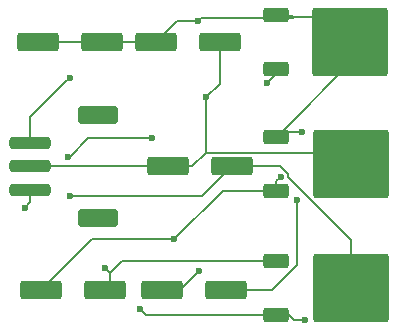
<source format=gbr>
%TF.GenerationSoftware,KiCad,Pcbnew,9.0.6*%
%TF.CreationDate,2025-12-25T16:33:08+05:30*%
%TF.ProjectId,GitHub2,47697448-7562-4322-9e6b-696361645f70,rev?*%
%TF.SameCoordinates,Original*%
%TF.FileFunction,Copper,L1,Top*%
%TF.FilePolarity,Positive*%
%FSLAX46Y46*%
G04 Gerber Fmt 4.6, Leading zero omitted, Abs format (unit mm)*
G04 Created by KiCad (PCBNEW 9.0.6) date 2025-12-25 16:33:08*
%MOMM*%
%LPD*%
G01*
G04 APERTURE LIST*
G04 Aperture macros list*
%AMRoundRect*
0 Rectangle with rounded corners*
0 $1 Rounding radius*
0 $2 $3 $4 $5 $6 $7 $8 $9 X,Y pos of 4 corners*
0 Add a 4 corners polygon primitive as box body*
4,1,4,$2,$3,$4,$5,$6,$7,$8,$9,$2,$3,0*
0 Add four circle primitives for the rounded corners*
1,1,$1+$1,$2,$3*
1,1,$1+$1,$4,$5*
1,1,$1+$1,$6,$7*
1,1,$1+$1,$8,$9*
0 Add four rect primitives between the rounded corners*
20,1,$1+$1,$2,$3,$4,$5,0*
20,1,$1+$1,$4,$5,$6,$7,0*
20,1,$1+$1,$6,$7,$8,$9,0*
20,1,$1+$1,$8,$9,$2,$3,0*%
G04 Aperture macros list end*
%TA.AperFunction,SMDPad,CuDef*%
%ADD10RoundRect,0.250000X-0.850000X-0.350000X0.850000X-0.350000X0.850000X0.350000X-0.850000X0.350000X0*%
%TD*%
%TA.AperFunction,SMDPad,CuDef*%
%ADD11RoundRect,0.249997X-2.950003X-2.650003X2.950003X-2.650003X2.950003X2.650003X-2.950003X2.650003X0*%
%TD*%
%TA.AperFunction,SMDPad,CuDef*%
%ADD12RoundRect,0.250000X-1.500000X-0.550000X1.500000X-0.550000X1.500000X0.550000X-1.500000X0.550000X0*%
%TD*%
%TA.AperFunction,SMDPad,CuDef*%
%ADD13RoundRect,0.250000X1.500000X-0.250000X1.500000X0.250000X-1.500000X0.250000X-1.500000X-0.250000X0*%
%TD*%
%TA.AperFunction,SMDPad,CuDef*%
%ADD14RoundRect,0.250001X1.449999X-0.499999X1.449999X0.499999X-1.449999X0.499999X-1.449999X-0.499999X0*%
%TD*%
%TA.AperFunction,ViaPad*%
%ADD15C,0.600000*%
%TD*%
%TA.AperFunction,Conductor*%
%ADD16C,0.200000*%
%TD*%
G04 APERTURE END LIST*
D10*
%TO.P,U1,1,IN*%
%TO.N,Net-(D1-K)*%
X35960000Y-14220000D03*
D11*
%TO.P,U1,2,GND*%
X42260000Y-16500000D03*
D10*
%TO.P,U1,3,OUT*%
%TO.N,Net-(J2-Pin_1)*%
X35960000Y-18780000D03*
%TD*%
%TO.P,U2,1,IN*%
%TO.N,Net-(D1-K)*%
X36000000Y-24500000D03*
D11*
%TO.P,U2,2,GND*%
%TO.N,Net-(J1-Pin_2)*%
X42300000Y-26780000D03*
D10*
%TO.P,U2,3,OUT*%
%TO.N,Net-(J3-Pin_1)*%
X36000000Y-29060000D03*
%TD*%
D12*
%TO.P,C1,1*%
%TO.N,Net-(D1-K)*%
X15800000Y-16500000D03*
%TO.P,C1,2*%
X21200000Y-16500000D03*
%TD*%
%TO.P,C3,1*%
%TO.N,Net-(J1-Pin_2)*%
X26800000Y-27000000D03*
%TO.P,C3,2*%
%TO.N,Net-(D2-A)*%
X32200000Y-27000000D03*
%TD*%
%TO.P,C8,1*%
%TO.N,Net-(J3-Pin_1)*%
X16100000Y-37500000D03*
%TO.P,C8,2*%
%TO.N,Net-(J1-Pin_2)*%
X21500000Y-37500000D03*
%TD*%
D10*
%TO.P,U3,1,GND*%
%TO.N,Net-(J1-Pin_2)*%
X36000000Y-35000000D03*
D11*
%TO.P,U3,2,VI*%
%TO.N,Net-(D2-A)*%
X42300000Y-37280000D03*
D10*
%TO.P,U3,3,VO*%
%TO.N,Net-(J3-Pin_3)*%
X36000000Y-39560000D03*
%TD*%
D12*
%TO.P,C7,1*%
%TO.N,Net-(J2-Pin_1)*%
X26300000Y-37500000D03*
%TO.P,C7,2*%
%TO.N,Net-(D1-K)*%
X31700000Y-37500000D03*
%TD*%
%TO.P,C2,1*%
%TO.N,Net-(D1-K)*%
X25800000Y-16500000D03*
%TO.P,C2,2*%
%TO.N,Net-(J1-Pin_2)*%
X31200000Y-16500000D03*
%TD*%
D13*
%TO.P,J1,1,Pin_1*%
%TO.N,Net-(D3-A)*%
X15150000Y-29000000D03*
%TO.P,J1,2,Pin_2*%
%TO.N,Net-(J1-Pin_2)*%
X15150000Y-27000000D03*
%TO.P,J1,3,Pin_3*%
%TO.N,Net-(D1-A)*%
X15150000Y-25000000D03*
D14*
%TO.P,J1,MP*%
%TO.N,N/C*%
X20900000Y-31350000D03*
X20900000Y-22650000D03*
%TD*%
D15*
%TO.N,Net-(D1-K)*%
X37750000Y-29807600D03*
X38168800Y-24053500D03*
X29331500Y-14723400D03*
%TO.N,Net-(J1-Pin_2)*%
X30019900Y-21169700D03*
X21500000Y-35565200D03*
%TO.N,Net-(D2-A)*%
X18500000Y-29537600D03*
X18342400Y-26197700D03*
X25467500Y-24610700D03*
%TO.N,Net-(J2-Pin_1)*%
X35175100Y-19950500D03*
X29437700Y-35899500D03*
%TO.N,Net-(J3-Pin_1)*%
X27338600Y-33186400D03*
X36351500Y-27899500D03*
%TO.N,Net-(J3-Pin_3)*%
X24469900Y-39107700D03*
X38449900Y-39972200D03*
%TO.N,Net-(D1-A)*%
X18500000Y-19486900D03*
%TO.N,Net-(D3-A)*%
X14694100Y-30504500D03*
%TD*%
D16*
%TO.N,Net-(D1-K)*%
X36446500Y-24053500D02*
X36000000Y-24500000D01*
X35584000Y-37500000D02*
X37750000Y-35334000D01*
X31700000Y-37500000D02*
X35584000Y-37500000D01*
X42325000Y-18175000D02*
X42325000Y-16525000D01*
X37435000Y-14245000D02*
X37435000Y-14391800D01*
X37376600Y-14450200D02*
X29604700Y-14450200D01*
X40191800Y-14391800D02*
X42325000Y-16525000D01*
X38168800Y-24053500D02*
X36446500Y-24053500D01*
X29604700Y-14450200D02*
X29331500Y-14723400D01*
X37435000Y-14391800D02*
X37376600Y-14450200D01*
X36000000Y-24500000D02*
X36446500Y-24053500D01*
X29331500Y-14723400D02*
X27576600Y-14723400D01*
X37750000Y-35334000D02*
X37750000Y-29807600D01*
X27576600Y-14723400D02*
X25800000Y-16500000D01*
X36025000Y-14245000D02*
X37435000Y-14245000D01*
X15800000Y-16500000D02*
X21200000Y-16500000D01*
X37435000Y-14391800D02*
X40191800Y-14391800D01*
X25800000Y-16500000D02*
X21200000Y-16500000D01*
X36446500Y-24053500D02*
X42325000Y-18175000D01*
%TO.N,Net-(J1-Pin_2)*%
X30019900Y-25862400D02*
X30019900Y-21169700D01*
X31200000Y-19989600D02*
X30019900Y-21169700D01*
X15150000Y-27000000D02*
X26800000Y-27000000D01*
X31200000Y-16500000D02*
X31200000Y-19989600D01*
X28882300Y-27000000D02*
X26800000Y-27000000D01*
X30019900Y-25862400D02*
X28882300Y-27000000D01*
X41382400Y-25862400D02*
X30019900Y-25862400D01*
X21500000Y-37500000D02*
X21950500Y-37049500D01*
X36000000Y-35000000D02*
X22966200Y-35000000D01*
X22966200Y-35000000D02*
X21950500Y-36015700D01*
X42300000Y-26780000D02*
X41382400Y-25862400D01*
X21950500Y-36015700D02*
X21500000Y-35565200D01*
X21950500Y-37049500D02*
X21950500Y-36015700D01*
%TO.N,Net-(D2-A)*%
X25467500Y-24610700D02*
X20087000Y-24610700D01*
X36953200Y-27878200D02*
X36953200Y-27650300D01*
X18500000Y-26197700D02*
X18342400Y-26197700D01*
X42300000Y-37280000D02*
X42300000Y-33225000D01*
X32200000Y-27000000D02*
X29662400Y-29537600D01*
X36953200Y-27650300D02*
X36302900Y-27000000D01*
X36302900Y-27000000D02*
X32200000Y-27000000D01*
X42300000Y-33225000D02*
X36953200Y-27878200D01*
X29662400Y-29537600D02*
X18500000Y-29537600D01*
X20087000Y-24610700D02*
X18500000Y-26197700D01*
%TO.N,Net-(J2-Pin_1)*%
X26300000Y-37500000D02*
X27837200Y-37500000D01*
X35175100Y-19950500D02*
X36025000Y-19100600D01*
X27837200Y-37500000D02*
X29437700Y-35899500D01*
X36025000Y-19100600D02*
X36025000Y-18805000D01*
%TO.N,Net-(J3-Pin_1)*%
X36307600Y-27943400D02*
X36351500Y-27899500D01*
X27338600Y-33186400D02*
X31465000Y-29060000D01*
X20413600Y-33186400D02*
X27338600Y-33186400D01*
X36000000Y-28251000D02*
X36000000Y-29060000D01*
X36307600Y-27943400D02*
X36000000Y-28251000D01*
X36351500Y-27899500D02*
X36307600Y-27943400D01*
X31465000Y-29060000D02*
X36000000Y-29060000D01*
X36351500Y-27899500D02*
X36307600Y-27943400D01*
X16100000Y-37500000D02*
X20413600Y-33186400D01*
%TO.N,Net-(J3-Pin_3)*%
X38449900Y-39972200D02*
X37493500Y-39972200D01*
X24469900Y-39107700D02*
X24922200Y-39560000D01*
X36000000Y-39560000D02*
X37081300Y-39560000D01*
X37493500Y-39972200D02*
X37081300Y-39560000D01*
X24922200Y-39560000D02*
X36000000Y-39560000D01*
%TO.N,Net-(D1-A)*%
X18258100Y-19728800D02*
X18500000Y-19486900D01*
X15150000Y-22836900D02*
X18258100Y-19728800D01*
X15150000Y-25000000D02*
X15150000Y-22836900D01*
X18500000Y-19486900D02*
X18258100Y-19728800D01*
X18258100Y-19728800D02*
X18500000Y-19486900D01*
%TO.N,Net-(D3-A)*%
X14694100Y-30504500D02*
X15150000Y-30048600D01*
X15150000Y-30048600D02*
X15150000Y-29000000D01*
%TD*%
M02*

</source>
